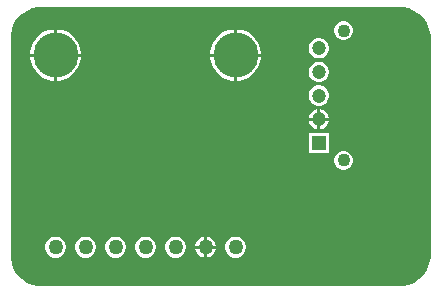
<source format=gbr>
G04*
G04 #@! TF.GenerationSoftware,Altium Limited,Altium Designer,23.1.1 (15)*
G04*
G04 Layer_Physical_Order=2*
G04 Layer_Color=16711680*
%FSLAX44Y44*%
%MOMM*%
G71*
G04*
G04 #@! TF.SameCoordinates,7DEE206C-283F-43E0-9F98-1BFD9C08138E*
G04*
G04*
G04 #@! TF.FilePolarity,Positive*
G04*
G01*
G75*
%ADD15C,1.1000*%
%ADD16C,1.2000*%
%ADD17R,1.2000X1.2000*%
%ADD18C,3.8100*%
%ADD19C,1.2700*%
G36*
X329558Y227602D02*
X334292Y225641D01*
X338552Y222795D01*
X342175Y219172D01*
X345021Y214912D01*
X346982Y210178D01*
X347982Y205153D01*
Y202591D01*
Y18392D01*
Y15830D01*
X346982Y10805D01*
X345021Y6072D01*
X342175Y1812D01*
X338552Y-1812D01*
X334292Y-4658D01*
X329558Y-6619D01*
X324533Y-7618D01*
X15830D01*
X10805Y-6619D01*
X6072Y-4658D01*
X1812Y-1812D01*
X-1812Y1812D01*
X-4658Y6072D01*
X-6619Y10805D01*
X-7618Y15830D01*
Y18392D01*
Y202591D01*
Y205153D01*
X-6619Y210178D01*
X-4658Y214912D01*
X-1812Y219172D01*
X1812Y222795D01*
X6072Y225641D01*
X10805Y227602D01*
X15830Y228602D01*
X324533D01*
X329558Y227602D01*
D02*
G37*
%LPC*%
G36*
X275420Y216712D02*
X273303D01*
X271258Y216164D01*
X269425Y215105D01*
X267928Y213608D01*
X266870Y211775D01*
X266322Y209730D01*
Y207613D01*
X266870Y205568D01*
X267928Y203735D01*
X269425Y202238D01*
X271258Y201180D01*
X273303Y200632D01*
X275420D01*
X277465Y201180D01*
X279298Y202238D01*
X280795Y203735D01*
X281854Y205568D01*
X282402Y207613D01*
Y209730D01*
X281854Y211775D01*
X280795Y213608D01*
X279298Y215105D01*
X277465Y216164D01*
X275420Y216712D01*
D02*
G37*
G36*
X185008Y209552D02*
X184152D01*
Y189232D01*
X204472D01*
Y190088D01*
X203642Y194259D01*
X202015Y198188D01*
X199652Y201724D01*
X196644Y204732D01*
X193108Y207094D01*
X189179Y208722D01*
X185008Y209552D01*
D02*
G37*
G36*
X181612D02*
X180755D01*
X176584Y208722D01*
X172655Y207094D01*
X169119Y204732D01*
X166112Y201724D01*
X163749Y198188D01*
X162121Y194259D01*
X161292Y190088D01*
Y189232D01*
X181612D01*
Y209552D01*
D02*
G37*
G36*
X32608D02*
X31752D01*
Y189232D01*
X52072D01*
Y190088D01*
X51242Y194259D01*
X49615Y198188D01*
X47252Y201724D01*
X44244Y204732D01*
X40708Y207094D01*
X36779Y208722D01*
X32608Y209552D01*
D02*
G37*
G36*
X29212D02*
X28355D01*
X24184Y208722D01*
X20255Y207094D01*
X16719Y204732D01*
X13712Y201724D01*
X11349Y198188D01*
X9721Y194259D01*
X8892Y190088D01*
Y189232D01*
X29212D01*
Y209552D01*
D02*
G37*
G36*
X254486Y202212D02*
X252237D01*
X250065Y201630D01*
X248118Y200505D01*
X246528Y198915D01*
X245404Y196968D01*
X244822Y194796D01*
Y192547D01*
X245404Y190375D01*
X246528Y188428D01*
X248118Y186838D01*
X250065Y185714D01*
X252237Y185132D01*
X254486D01*
X256658Y185714D01*
X258605Y186838D01*
X260195Y188428D01*
X261320Y190375D01*
X261902Y192547D01*
Y194796D01*
X261320Y196968D01*
X260195Y198915D01*
X258605Y200505D01*
X256658Y201630D01*
X254486Y202212D01*
D02*
G37*
G36*
X204472Y186692D02*
X184152D01*
Y166372D01*
X185008D01*
X189179Y167201D01*
X193108Y168829D01*
X196644Y171192D01*
X199652Y174199D01*
X202015Y177735D01*
X203642Y181664D01*
X204472Y185835D01*
Y186692D01*
D02*
G37*
G36*
X181612D02*
X161292D01*
Y185835D01*
X162121Y181664D01*
X163749Y177735D01*
X166112Y174199D01*
X169119Y171192D01*
X172655Y168829D01*
X176584Y167201D01*
X180755Y166372D01*
X181612D01*
Y186692D01*
D02*
G37*
G36*
X52072D02*
X31752D01*
Y166372D01*
X32608D01*
X36779Y167201D01*
X40708Y168829D01*
X44244Y171192D01*
X47252Y174199D01*
X49615Y177735D01*
X51242Y181664D01*
X52072Y185835D01*
Y186692D01*
D02*
G37*
G36*
X29212D02*
X8892D01*
Y185835D01*
X9721Y181664D01*
X11349Y177735D01*
X13712Y174199D01*
X16719Y171192D01*
X20255Y168829D01*
X24184Y167201D01*
X28355Y166372D01*
X29212D01*
Y186692D01*
D02*
G37*
G36*
X254486Y182212D02*
X252237D01*
X250065Y181630D01*
X248118Y180505D01*
X246528Y178915D01*
X245404Y176968D01*
X244822Y174796D01*
Y172547D01*
X245404Y170375D01*
X246528Y168428D01*
X248118Y166838D01*
X250065Y165714D01*
X252237Y165132D01*
X254486D01*
X256658Y165714D01*
X258605Y166838D01*
X260195Y168428D01*
X261320Y170375D01*
X261902Y172547D01*
Y174796D01*
X261320Y176968D01*
X260195Y178915D01*
X258605Y180505D01*
X256658Y181630D01*
X254486Y182212D01*
D02*
G37*
G36*
Y162212D02*
X252237D01*
X250065Y161630D01*
X248118Y160505D01*
X246528Y158915D01*
X245404Y156968D01*
X244822Y154796D01*
Y152547D01*
X245404Y150375D01*
X246528Y148428D01*
X248118Y146838D01*
X250065Y145714D01*
X252237Y145132D01*
X254486D01*
X256658Y145714D01*
X258605Y146838D01*
X260195Y148428D01*
X261320Y150375D01*
X261902Y152547D01*
Y154796D01*
X261320Y156968D01*
X260195Y158915D01*
X258605Y160505D01*
X256658Y161630D01*
X254486Y162212D01*
D02*
G37*
G36*
X254632Y142173D02*
Y134942D01*
X261863D01*
X261320Y136968D01*
X260195Y138915D01*
X258605Y140505D01*
X256658Y141630D01*
X254632Y142173D01*
D02*
G37*
G36*
X252092D02*
X250065Y141630D01*
X248118Y140505D01*
X246528Y138915D01*
X245404Y136968D01*
X244861Y134942D01*
X252092D01*
Y142173D01*
D02*
G37*
G36*
X261863Y132402D02*
X254632D01*
Y125171D01*
X256658Y125714D01*
X258605Y126838D01*
X260195Y128428D01*
X261320Y130375D01*
X261863Y132402D01*
D02*
G37*
G36*
X252092D02*
X244861D01*
X245404Y130375D01*
X246528Y128428D01*
X248118Y126838D01*
X250065Y125714D01*
X252092Y125171D01*
Y132402D01*
D02*
G37*
G36*
X261902Y122212D02*
X244822D01*
Y105132D01*
X261902D01*
Y122212D01*
D02*
G37*
G36*
X275420Y106712D02*
X273303D01*
X271258Y106164D01*
X269425Y105105D01*
X267928Y103608D01*
X266870Y101775D01*
X266322Y99730D01*
Y97613D01*
X266870Y95568D01*
X267928Y93735D01*
X269425Y92238D01*
X271258Y91180D01*
X273303Y90632D01*
X275420D01*
X277465Y91180D01*
X279298Y92238D01*
X280795Y93735D01*
X281854Y95568D01*
X282402Y97613D01*
Y99730D01*
X281854Y101775D01*
X280795Y103608D01*
X279298Y105105D01*
X277465Y106164D01*
X275420Y106712D01*
D02*
G37*
G36*
X158752Y34265D02*
Y26672D01*
X166345D01*
X165766Y28833D01*
X164596Y30860D01*
X162940Y32515D01*
X160913Y33686D01*
X158752Y34265D01*
D02*
G37*
G36*
X156212D02*
X154050Y33686D01*
X152023Y32515D01*
X150368Y30860D01*
X149198Y28833D01*
X148618Y26672D01*
X156212D01*
Y34265D01*
D02*
G37*
G36*
X166345Y24132D02*
X158752D01*
Y16538D01*
X160913Y17118D01*
X162940Y18288D01*
X164596Y19943D01*
X165766Y21970D01*
X166345Y24132D01*
D02*
G37*
G36*
X156212D02*
X148618D01*
X149198Y21970D01*
X150368Y19943D01*
X152023Y18288D01*
X154050Y17118D01*
X156212Y16538D01*
Y24132D01*
D02*
G37*
G36*
X184052Y34292D02*
X181711D01*
X179450Y33686D01*
X177423Y32515D01*
X175768Y30860D01*
X174597Y28833D01*
X173992Y26572D01*
Y24231D01*
X174597Y21970D01*
X175768Y19943D01*
X177423Y18288D01*
X179450Y17118D01*
X181711Y16512D01*
X184052D01*
X186313Y17118D01*
X188340Y18288D01*
X189995Y19943D01*
X191166Y21970D01*
X191772Y24231D01*
Y26572D01*
X191166Y28833D01*
X189995Y30860D01*
X188340Y32515D01*
X186313Y33686D01*
X184052Y34292D01*
D02*
G37*
G36*
X133252D02*
X130911D01*
X128650Y33686D01*
X126623Y32515D01*
X124968Y30860D01*
X123798Y28833D01*
X123192Y26572D01*
Y24231D01*
X123798Y21970D01*
X124968Y19943D01*
X126623Y18288D01*
X128650Y17118D01*
X130911Y16512D01*
X133252D01*
X135513Y17118D01*
X137540Y18288D01*
X139195Y19943D01*
X140366Y21970D01*
X140972Y24231D01*
Y26572D01*
X140366Y28833D01*
X139195Y30860D01*
X137540Y32515D01*
X135513Y33686D01*
X133252Y34292D01*
D02*
G37*
G36*
X107852D02*
X105511D01*
X103250Y33686D01*
X101223Y32515D01*
X99568Y30860D01*
X98398Y28833D01*
X97792Y26572D01*
Y24231D01*
X98398Y21970D01*
X99568Y19943D01*
X101223Y18288D01*
X103250Y17118D01*
X105511Y16512D01*
X107852D01*
X110113Y17118D01*
X112140Y18288D01*
X113795Y19943D01*
X114966Y21970D01*
X115572Y24231D01*
Y26572D01*
X114966Y28833D01*
X113795Y30860D01*
X112140Y32515D01*
X110113Y33686D01*
X107852Y34292D01*
D02*
G37*
G36*
X82452D02*
X80111D01*
X77850Y33686D01*
X75823Y32515D01*
X74168Y30860D01*
X72997Y28833D01*
X72392Y26572D01*
Y24231D01*
X72997Y21970D01*
X74168Y19943D01*
X75823Y18288D01*
X77850Y17118D01*
X80111Y16512D01*
X82452D01*
X84713Y17118D01*
X86740Y18288D01*
X88396Y19943D01*
X89566Y21970D01*
X90172Y24231D01*
Y26572D01*
X89566Y28833D01*
X88396Y30860D01*
X86740Y32515D01*
X84713Y33686D01*
X82452Y34292D01*
D02*
G37*
G36*
X57052D02*
X54711D01*
X52450Y33686D01*
X50423Y32515D01*
X48768Y30860D01*
X47597Y28833D01*
X46992Y26572D01*
Y24231D01*
X47597Y21970D01*
X48768Y19943D01*
X50423Y18288D01*
X52450Y17118D01*
X54711Y16512D01*
X57052D01*
X59313Y17118D01*
X61340Y18288D01*
X62996Y19943D01*
X64166Y21970D01*
X64772Y24231D01*
Y26572D01*
X64166Y28833D01*
X62996Y30860D01*
X61340Y32515D01*
X59313Y33686D01*
X57052Y34292D01*
D02*
G37*
G36*
X31652D02*
X29311D01*
X27050Y33686D01*
X25023Y32515D01*
X23368Y30860D01*
X22197Y28833D01*
X21592Y26572D01*
Y24231D01*
X22197Y21970D01*
X23368Y19943D01*
X25023Y18288D01*
X27050Y17118D01*
X29311Y16512D01*
X31652D01*
X33913Y17118D01*
X35940Y18288D01*
X37596Y19943D01*
X38766Y21970D01*
X39372Y24231D01*
Y26572D01*
X38766Y28833D01*
X37596Y30860D01*
X35940Y32515D01*
X33913Y33686D01*
X31652Y34292D01*
D02*
G37*
%LPD*%
D15*
X274362Y208672D02*
D03*
Y98672D02*
D03*
D16*
X253362Y193672D02*
D03*
Y173672D02*
D03*
Y153672D02*
D03*
Y133672D02*
D03*
D17*
Y113672D02*
D03*
D18*
X30482Y187962D02*
D03*
X182882D02*
D03*
D19*
X30482Y25402D02*
D03*
X55882D02*
D03*
X81282D02*
D03*
X106682D02*
D03*
X132082D02*
D03*
X157482D02*
D03*
X182882D02*
D03*
M02*

</source>
